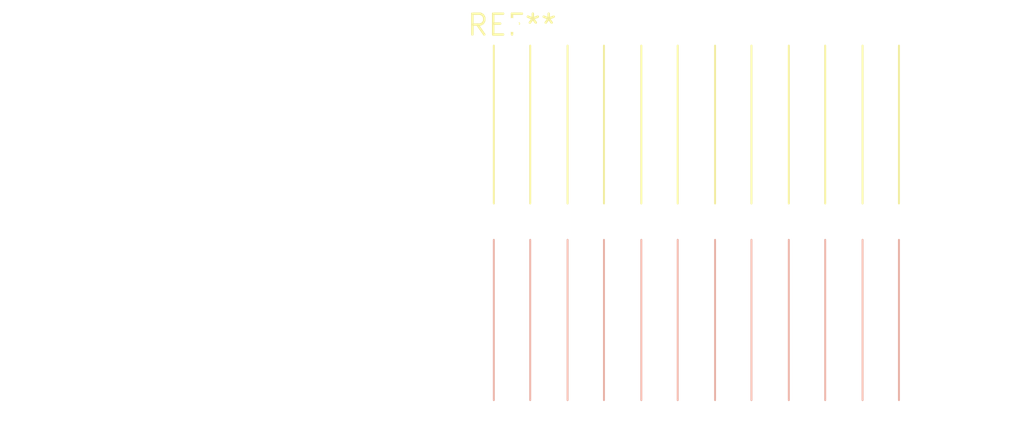
<source format=kicad_pcb>
(kicad_pcb (version 20240108) (generator pcbnew)
  (layers (0 "F.Cu" signal) (31 "B.Cu" signal) (34 "B.Paste" user) (35 "F.Paste" user) (36 "B.SilkS" user "B.Silkscreen") (37 "F.SilkS" user "F.Silkscreen") (38 "B.Mask" user) (39 "F.Mask" user) (44 "Edge.Cuts" user))
  (net 0 "")
  (footprint "SolderWire-0.25sqmm_1x06_P4.5mm_D0.65mm_OD2mm_Relief2x" (layer "F.Cu") (at 0 0)
    (property "Reference" "REF**")
    (property "Value" "SolderWire-0.25sqmm_1x06_P4.5mm_D0.65mm_OD2mm_Relief2x")
    (fp_line (start -1.11 13.11) (end -1.11 22.89) (layer "B.SilkS") (stroke (width 0.12)))
    (fp_line (start 1.11 13.11) (end 1.11 22.89) (layer "B.SilkS") (stroke (width 0.12)))
    (fp_line (start 3.39 13.11) (end 3.39 22.89) (layer "B.SilkS") (stroke (width 0.12)))
    (fp_line (start 5.61 13.11) (end 5.61 22.89) (layer "B.SilkS") (stroke (width 0.12)))
    (fp_line (start 7.89 13.11) (end 7.89 22.89) (layer "B.SilkS") (stroke (width 0.12)))
    (fp_line (start 10.11 13.11) (end 10.11 22.89) (layer "B.SilkS") (stroke (width 0.12)))
    (fp_line (start 12.39 13.11) (end 12.39 22.89) (layer "B.SilkS") (stroke (width 0.12)))
    (fp_line (start 14.61 13.11) (end 14.61 22.89) (layer "B.SilkS") (stroke (width 0.12)))
    (fp_line (start 16.89 13.11) (end 16.89 22.89) (layer "B.SilkS") (stroke (width 0.12)))
    (fp_line (start 19.11 13.11) (end 19.11 22.89) (layer "B.SilkS") (stroke (width 0.12)))
    (fp_line (start 21.39 13.11) (end 21.39 22.89) (layer "B.SilkS") (stroke (width 0.12)))
    (fp_line (start 23.61 13.11) (end 23.61 22.89) (layer "B.SilkS") (stroke (width 0.12)))
    (fp_line (start -1.11 1.26) (end -1.11 10.89) (layer "F.SilkS") (stroke (width 0.12)))
    (fp_line (start 1.11 1.26) (end 1.11 10.89) (layer "F.SilkS") (stroke (width 0.12)))
    (fp_line (start 3.39 1.26) (end 3.39 10.89) (layer "F.SilkS") (stroke (width 0.12)))
    (fp_line (start 5.61 1.26) (end 5.61 10.89) (layer "F.SilkS") (stroke (width 0.12)))
    (fp_line (start 7.89 1.26) (end 7.89 10.89) (layer "F.SilkS") (stroke (width 0.12)))
    (fp_line (start 10.11 1.26) (end 10.11 10.89) (layer "F.SilkS") (stroke (width 0.12)))
    (fp_line (start 12.39 1.26) (end 12.39 10.89) (layer "F.SilkS") (stroke (width 0.12)))
    (fp_line (start 14.61 1.26) (end 14.61 10.89) (layer "F.SilkS") (stroke (width 0.12)))
    (fp_line (start 16.89 1.26) (end 16.89 10.89) (layer "F.SilkS") (stroke (width 0.12)))
    (fp_line (start 19.11 1.26) (end 19.11 10.89) (layer "F.SilkS") (stroke (width 0.12)))
    (fp_line (start 21.39 1.26) (end 21.39 10.89) (layer "F.SilkS") (stroke (width 0.12)))
    (fp_line (start 23.61 1.26) (end 23.61 10.89) (layer "F.SilkS") (stroke (width 0.12)))
    (pad "" np_thru_hole circle (at 0 12) (size 2.5 2.5) (drill 2.5) (layers *.Cu *.Mask))
    (pad "" np_thru_hole circle (at 0 24) (size 2.5 2.5) (drill 2.5) (layers *.Cu *.Mask))
    (pad "" np_thru_hole circle (at 4.5 12) (size 2.5 2.5) (drill 2.5) (layers *.Cu *.Mask))
    (pad "" np_thru_hole circle (at 4.5 24) (size 2.5 2.5) (drill 2.5) (layers *.Cu *.Mask))
    (pad "" np_thru_hole circle (at 9 12) (size 2.5 2.5) (drill 2.5) (layers *.Cu *.Mask))
    (pad "" np_thru_hole circle (at 9 24) (size 2.5 2.5) (drill 2.5) (layers *.Cu *.Mask))
    (pad "" np_thru_hole circle (at 13.5 12) (size 2.5 2.5) (drill 2.5) (layers *.Cu *.Mask))
    (pad "" np_thru_hole circle (at 13.5 24) (size 2.5 2.5) (drill 2.5) (layers *.Cu *.Mask))
    (pad "" np_thru_hole circle (at 18 12) (size 2.5 2.5) (drill 2.5) (layers *.Cu *.Mask))
    (pad "" np_thru_hole circle (at 18 24) (size 2.5 2.5) (drill 2.5) (layers *.Cu *.Mask))
    (pad "" np_thru_hole circle (at 22.5 12) (size 2.5 2.5) (drill 2.5) (layers *.Cu *.Mask))
    (pad "" np_thru_hole circle (at 22.5 24) (size 2.5 2.5) (drill 2.5) (layers *.Cu *.Mask))
    (pad "1" thru_hole roundrect (at 0 0) (size 2 2) (drill 0.85) (layers *.Cu *.Mask) (remove_unused_layers) (roundrect_rratio 0.125))
    (pad "2" thru_hole circle (at 4.5 0) (size 2 2) (drill 0.85) (layers *.Cu *.Mask) (remove_unused_layers))
    (pad "3" thru_hole circle (at 9 0) (size 2 2) (drill 0.85) (layers *.Cu *.Mask) (remove_unused_layers))
    (pad "4" thru_hole circle (at 13.5 0) (size 2 2) (drill 0.85) (layers *.Cu *.Mask) (remove_unused_layers))
    (pad "5" thru_hole circle (at 18 0) (size 2 2) (drill 0.85) (layers *.Cu *.Mask) (remove_unused_layers))
    (pad "6" thru_hole circle (at 22.5 0) (size 2 2) (drill 0.85) (layers *.Cu *.Mask) (remove_unused_layers))
  )
)
</source>
